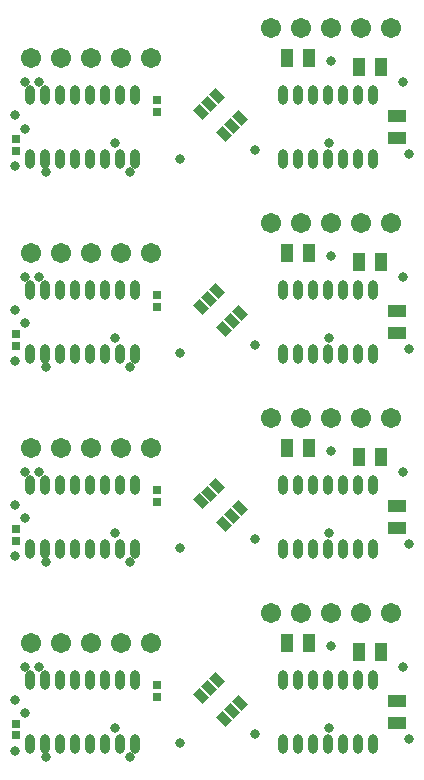
<source format=gts>
G04*
G04 #@! TF.GenerationSoftware,Altium Limited,Altium Designer,20.2.7 (254)*
G04*
G04 Layer_Color=8388736*
%FSLAX44Y44*%
%MOMM*%
G71*
G04*
G04 #@! TF.SameCoordinates,E2930A79-BBFB-44DC-8FC5-9A75561AB175*
G04*
G04*
G04 #@! TF.FilePolarity,Negative*
G04*
G01*
G75*
%ADD19R,1.1032X1.5032*%
%ADD20R,0.7532X0.6532*%
%ADD21O,0.8032X1.6532*%
G04:AMPARAMS|DCode=22|XSize=0.8032mm|YSize=1.1532mm|CornerRadius=0mm|HoleSize=0mm|Usage=FLASHONLY|Rotation=45.000|XOffset=0mm|YOffset=0mm|HoleType=Round|Shape=Rectangle|*
%AMROTATEDRECTD22*
4,1,4,0.1237,-0.6917,-0.6917,0.1237,-0.1237,0.6917,0.6917,-0.1237,0.1237,-0.6917,0.0*
%
%ADD22ROTATEDRECTD22*%

%ADD23R,1.5032X1.1032*%
%ADD24C,1.7032*%
%ADD25C,0.8032*%
D19*
X354370Y608980D02*
D03*
X335870D02*
D03*
X293410Y616600D02*
D03*
X274910D02*
D03*
X354370Y443980D02*
D03*
X335870D02*
D03*
X293410Y451600D02*
D03*
X274910D02*
D03*
X354370Y278980D02*
D03*
X335870D02*
D03*
X293410Y286600D02*
D03*
X274910D02*
D03*
X354370Y113980D02*
D03*
X335870D02*
D03*
X293410Y121600D02*
D03*
X274910D02*
D03*
D20*
X164700Y580880D02*
D03*
Y570880D02*
D03*
X45400Y538020D02*
D03*
Y548020D02*
D03*
X164700Y415880D02*
D03*
Y405880D02*
D03*
X45400Y373020D02*
D03*
Y383020D02*
D03*
X164700Y250880D02*
D03*
Y240880D02*
D03*
X45400Y208020D02*
D03*
Y218020D02*
D03*
X164700Y85880D02*
D03*
Y75880D02*
D03*
X45400Y43020D02*
D03*
Y53020D02*
D03*
D21*
X271380Y530850D02*
D03*
X284080D02*
D03*
X296780D02*
D03*
X309480D02*
D03*
X322180D02*
D03*
X334880D02*
D03*
X347580D02*
D03*
X271380Y585350D02*
D03*
X284080D02*
D03*
X296780D02*
D03*
X309480D02*
D03*
X322180D02*
D03*
X334880D02*
D03*
X347580D02*
D03*
X56750Y530850D02*
D03*
X69450D02*
D03*
X82150D02*
D03*
X94850D02*
D03*
X107550D02*
D03*
X120250D02*
D03*
X132950D02*
D03*
X145650D02*
D03*
X56750Y585350D02*
D03*
X69450D02*
D03*
X82150D02*
D03*
X94850D02*
D03*
X107550D02*
D03*
X120250D02*
D03*
X132950D02*
D03*
X145650D02*
D03*
X271380Y365850D02*
D03*
X284080D02*
D03*
X296780D02*
D03*
X309480D02*
D03*
X322180D02*
D03*
X334880D02*
D03*
X347580D02*
D03*
X271380Y420350D02*
D03*
X284080D02*
D03*
X296780D02*
D03*
X309480D02*
D03*
X322180D02*
D03*
X334880D02*
D03*
X347580D02*
D03*
X56750Y365850D02*
D03*
X69450D02*
D03*
X82150D02*
D03*
X94850D02*
D03*
X107550D02*
D03*
X120250D02*
D03*
X132950D02*
D03*
X145650D02*
D03*
X56750Y420350D02*
D03*
X69450D02*
D03*
X82150D02*
D03*
X94850D02*
D03*
X107550D02*
D03*
X120250D02*
D03*
X132950D02*
D03*
X145650D02*
D03*
X271380Y200850D02*
D03*
X284080D02*
D03*
X296780D02*
D03*
X309480D02*
D03*
X322180D02*
D03*
X334880D02*
D03*
X347580D02*
D03*
X271380Y255350D02*
D03*
X284080D02*
D03*
X296780D02*
D03*
X309480D02*
D03*
X322180D02*
D03*
X334880D02*
D03*
X347580D02*
D03*
X56750Y200850D02*
D03*
X69450D02*
D03*
X82150D02*
D03*
X94850D02*
D03*
X107550D02*
D03*
X120250D02*
D03*
X132950D02*
D03*
X145650D02*
D03*
X56750Y255350D02*
D03*
X69450D02*
D03*
X82150D02*
D03*
X94850D02*
D03*
X107550D02*
D03*
X120250D02*
D03*
X132950D02*
D03*
X145650D02*
D03*
X271380Y35850D02*
D03*
X284080D02*
D03*
X296780D02*
D03*
X309480D02*
D03*
X322180D02*
D03*
X334880D02*
D03*
X347580D02*
D03*
X271380Y90350D02*
D03*
X284080D02*
D03*
X296780D02*
D03*
X309480D02*
D03*
X322180D02*
D03*
X334880D02*
D03*
X347580D02*
D03*
X56750Y35850D02*
D03*
X69450D02*
D03*
X82150D02*
D03*
X94850D02*
D03*
X107550D02*
D03*
X120250D02*
D03*
X132950D02*
D03*
X145650D02*
D03*
X56750Y90350D02*
D03*
X69450D02*
D03*
X82150D02*
D03*
X94850D02*
D03*
X107550D02*
D03*
X120250D02*
D03*
X132950D02*
D03*
X145650D02*
D03*
D22*
X234384Y565512D02*
D03*
X227666Y558794D02*
D03*
X220949Y552077D02*
D03*
X201857Y571168D02*
D03*
X208574Y577886D02*
D03*
X215292Y584604D02*
D03*
X234384Y400512D02*
D03*
X227666Y393794D02*
D03*
X220949Y387076D02*
D03*
X201857Y406168D02*
D03*
X208574Y412886D02*
D03*
X215292Y419603D02*
D03*
X234384Y235512D02*
D03*
X227666Y228794D02*
D03*
X220949Y222077D02*
D03*
X201857Y241168D02*
D03*
X208574Y247886D02*
D03*
X215292Y254604D02*
D03*
X234384Y70512D02*
D03*
X227666Y63794D02*
D03*
X220949Y57077D02*
D03*
X201857Y76168D02*
D03*
X208574Y82886D02*
D03*
X215292Y89604D02*
D03*
D23*
X367900Y567350D02*
D03*
Y548850D02*
D03*
Y402350D02*
D03*
Y383850D02*
D03*
Y237350D02*
D03*
Y218850D02*
D03*
Y72350D02*
D03*
Y53850D02*
D03*
D24*
X261300Y642000D02*
D03*
X286700D02*
D03*
X312100D02*
D03*
X337500D02*
D03*
X362900D02*
D03*
X58100Y616600D02*
D03*
X83500D02*
D03*
X108900D02*
D03*
X134300D02*
D03*
X159700D02*
D03*
X261300Y477000D02*
D03*
X286700D02*
D03*
X312100D02*
D03*
X337500D02*
D03*
X362900D02*
D03*
X58100Y451600D02*
D03*
X83500D02*
D03*
X108900D02*
D03*
X134300D02*
D03*
X159700D02*
D03*
X261300Y312000D02*
D03*
X286700D02*
D03*
X312100D02*
D03*
X337500D02*
D03*
X362900D02*
D03*
X58100Y286600D02*
D03*
X83500D02*
D03*
X108900D02*
D03*
X134300D02*
D03*
X159700D02*
D03*
X261300Y147000D02*
D03*
X286700D02*
D03*
X312100D02*
D03*
X337500D02*
D03*
X362900D02*
D03*
X58100Y121600D02*
D03*
X83500D02*
D03*
X108900D02*
D03*
X134300D02*
D03*
X159700D02*
D03*
D25*
X129140Y544730D02*
D03*
X378060Y535240D02*
D03*
X373060Y596280D02*
D03*
X64450D02*
D03*
X44130Y525160D02*
D03*
Y568340D02*
D03*
X52690Y556910D02*
D03*
X183830Y531510D02*
D03*
X309938Y544405D02*
D03*
X247330Y539034D02*
D03*
X312100Y614060D02*
D03*
X70800Y520080D02*
D03*
X53020Y596280D02*
D03*
X141920Y520080D02*
D03*
X129140Y379730D02*
D03*
X378060Y370240D02*
D03*
X373060Y431280D02*
D03*
X64450D02*
D03*
X44130Y360160D02*
D03*
Y403340D02*
D03*
X52690Y391910D02*
D03*
X183830Y366510D02*
D03*
X309938Y379405D02*
D03*
X247330Y374034D02*
D03*
X312100Y449060D02*
D03*
X70800Y355080D02*
D03*
X53020Y431280D02*
D03*
X141920Y355080D02*
D03*
X129140Y214730D02*
D03*
X378060Y205240D02*
D03*
X373060Y266280D02*
D03*
X64450D02*
D03*
X44130Y195160D02*
D03*
Y238340D02*
D03*
X52690Y226910D02*
D03*
X183830Y201510D02*
D03*
X309938Y214405D02*
D03*
X247330Y209034D02*
D03*
X312100Y284060D02*
D03*
X70800Y190080D02*
D03*
X53020Y266280D02*
D03*
X141920Y190080D02*
D03*
X129140Y49730D02*
D03*
X378060Y40240D02*
D03*
X373060Y101280D02*
D03*
X64450D02*
D03*
X44130Y30160D02*
D03*
Y73340D02*
D03*
X52690Y61910D02*
D03*
X183830Y36510D02*
D03*
X309938Y49405D02*
D03*
X247330Y44034D02*
D03*
X312100Y119060D02*
D03*
X70800Y25080D02*
D03*
X53020Y101280D02*
D03*
X141920Y25080D02*
D03*
M02*

</source>
